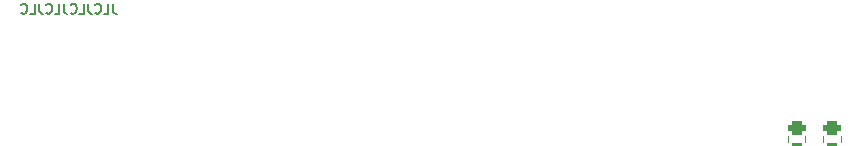
<source format=gbo>
G04 #@! TF.GenerationSoftware,KiCad,Pcbnew,(6.0.10)*
G04 #@! TF.CreationDate,2023-01-02T23:38:31+01:00*
G04 #@! TF.ProjectId,arisu,61726973-752e-46b6-9963-61645f706362,1.1*
G04 #@! TF.SameCoordinates,Original*
G04 #@! TF.FileFunction,Legend,Bot*
G04 #@! TF.FilePolarity,Positive*
%FSLAX46Y46*%
G04 Gerber Fmt 4.6, Leading zero omitted, Abs format (unit mm)*
G04 Created by KiCad (PCBNEW (6.0.10)) date 2023-01-02 23:38:31*
%MOMM*%
%LPD*%
G01*
G04 APERTURE LIST*
G04 Aperture macros list*
%AMRoundRect*
0 Rectangle with rounded corners*
0 $1 Rounding radius*
0 $2 $3 $4 $5 $6 $7 $8 $9 X,Y pos of 4 corners*
0 Add a 4 corners polygon primitive as box body*
4,1,4,$2,$3,$4,$5,$6,$7,$8,$9,$2,$3,0*
0 Add four circle primitives for the rounded corners*
1,1,$1+$1,$2,$3*
1,1,$1+$1,$4,$5*
1,1,$1+$1,$6,$7*
1,1,$1+$1,$8,$9*
0 Add four rect primitives between the rounded corners*
20,1,$1+$1,$2,$3,$4,$5,0*
20,1,$1+$1,$4,$5,$6,$7,0*
20,1,$1+$1,$6,$7,$8,$9,0*
20,1,$1+$1,$8,$9,$2,$3,0*%
G04 Aperture macros list end*
%ADD10C,0.160000*%
%ADD11C,0.120000*%
%ADD12C,0.150000*%
%ADD13RoundRect,0.301000X0.450000X-0.262500X0.450000X0.262500X-0.450000X0.262500X-0.450000X-0.262500X0*%
%ADD14RoundRect,0.051000X-0.500000X1.000000X-0.500000X-1.000000X0.500000X-1.000000X0.500000X1.000000X0*%
G04 APERTURE END LIST*
D10*
X355131427Y-238556429D02*
X355131427Y-239135001D01*
X355169999Y-239250715D01*
X355247141Y-239327858D01*
X355362856Y-239366429D01*
X355439999Y-239366429D01*
X354359999Y-239366429D02*
X354745713Y-239366429D01*
X354745713Y-238556429D01*
X353627141Y-239289286D02*
X353665713Y-239327858D01*
X353781427Y-239366429D01*
X353858570Y-239366429D01*
X353974284Y-239327858D01*
X354051427Y-239250715D01*
X354089999Y-239173572D01*
X354128570Y-239019286D01*
X354128570Y-238903572D01*
X354089999Y-238749286D01*
X354051427Y-238672143D01*
X353974284Y-238595001D01*
X353858570Y-238556429D01*
X353781427Y-238556429D01*
X353665713Y-238595001D01*
X353627141Y-238633572D01*
X353048570Y-238556429D02*
X353048570Y-239135001D01*
X353087141Y-239250715D01*
X353164284Y-239327858D01*
X353279999Y-239366429D01*
X353357141Y-239366429D01*
X352277141Y-239366429D02*
X352662856Y-239366429D01*
X352662856Y-238556429D01*
X351544284Y-239289286D02*
X351582856Y-239327858D01*
X351698570Y-239366429D01*
X351775713Y-239366429D01*
X351891427Y-239327858D01*
X351968570Y-239250715D01*
X352007141Y-239173572D01*
X352045713Y-239019286D01*
X352045713Y-238903572D01*
X352007141Y-238749286D01*
X351968570Y-238672143D01*
X351891427Y-238595001D01*
X351775713Y-238556429D01*
X351698570Y-238556429D01*
X351582856Y-238595001D01*
X351544284Y-238633572D01*
X350965713Y-238556429D02*
X350965713Y-239135001D01*
X351004284Y-239250715D01*
X351081427Y-239327858D01*
X351197141Y-239366429D01*
X351274284Y-239366429D01*
X350194284Y-239366429D02*
X350579999Y-239366429D01*
X350579999Y-238556429D01*
X349461427Y-239289286D02*
X349499999Y-239327858D01*
X349615713Y-239366429D01*
X349692856Y-239366429D01*
X349808570Y-239327858D01*
X349885713Y-239250715D01*
X349924284Y-239173572D01*
X349962856Y-239019286D01*
X349962856Y-238903572D01*
X349924284Y-238749286D01*
X349885713Y-238672143D01*
X349808570Y-238595001D01*
X349692856Y-238556429D01*
X349615713Y-238556429D01*
X349499999Y-238595001D01*
X349461427Y-238633572D01*
X348882856Y-238556429D02*
X348882856Y-239135001D01*
X348921427Y-239250715D01*
X348998570Y-239327858D01*
X349114284Y-239366429D01*
X349191427Y-239366429D01*
X348111427Y-239366429D02*
X348497141Y-239366429D01*
X348497141Y-238556429D01*
X347378570Y-239289286D02*
X347417141Y-239327858D01*
X347532856Y-239366429D01*
X347609999Y-239366429D01*
X347725713Y-239327858D01*
X347802856Y-239250715D01*
X347841427Y-239173572D01*
X347879999Y-239019286D01*
X347879999Y-238903572D01*
X347841427Y-238749286D01*
X347802856Y-238672143D01*
X347725713Y-238595001D01*
X347609999Y-238556429D01*
X347532856Y-238556429D01*
X347417141Y-238595001D01*
X347378570Y-238633572D01*
D11*
X412265000Y-250227064D02*
X412265000Y-249772936D01*
X413735000Y-250227064D02*
X413735000Y-249772936D01*
X415265000Y-250227064D02*
X415265000Y-249772936D01*
X416735000Y-250227064D02*
X416735000Y-249772936D01*
%LPC*%
D12*
X375639999Y-223000001D02*
X386639999Y-223000001D01*
X386639999Y-223000001D02*
X386639999Y-213500001D01*
X386639999Y-213500001D02*
X375639999Y-213500001D01*
X375639999Y-213500001D02*
X375639999Y-223000001D01*
G36*
X375639999Y-223000001D02*
G01*
X386639999Y-223000001D01*
X386639999Y-213500001D01*
X375639999Y-213500001D01*
X375639999Y-223000001D01*
G37*
X375639999Y-223000001D02*
X386639999Y-223000001D01*
X386639999Y-223000001D02*
X386639999Y-213500001D01*
X386639999Y-213500001D02*
X375639999Y-213500001D01*
X375639999Y-213500001D02*
X375639999Y-223000001D01*
G36*
X375639999Y-223000001D02*
G01*
X386639999Y-223000001D01*
X386639999Y-213500001D01*
X375639999Y-213500001D01*
X375639999Y-223000001D01*
G37*
D13*
X413000000Y-250912500D03*
X413000000Y-249087500D03*
D14*
X349269999Y-314000000D03*
X350539999Y-314000000D03*
X351809999Y-314000000D03*
D13*
X416000000Y-250912500D03*
X416000000Y-249087500D03*
M02*

</source>
